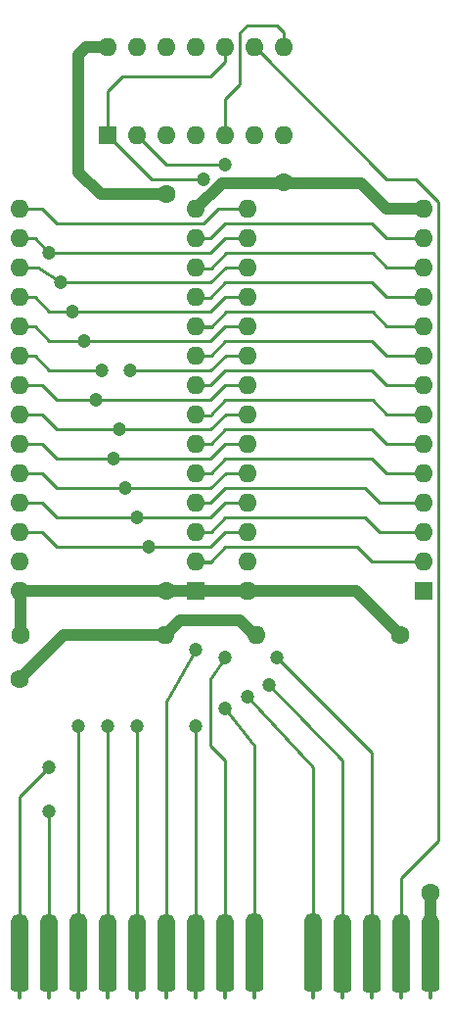
<source format=gbr>
%TF.GenerationSoftware,KiCad,Pcbnew,6.0.1-79c1e3a40b~116~ubuntu21.10.1*%
%TF.CreationDate,2022-02-04T17:00:20+01:00*%
%TF.ProjectId,QL_ROM_Cartridge_original,514c5f52-4f4d-45f4-9361-727472696467,rev?*%
%TF.SameCoordinates,Original*%
%TF.FileFunction,Copper,L1,Top*%
%TF.FilePolarity,Positive*%
%FSLAX46Y46*%
G04 Gerber Fmt 4.6, Leading zero omitted, Abs format (unit mm)*
G04 Created by KiCad (PCBNEW 6.0.1-79c1e3a40b~116~ubuntu21.10.1) date 2022-02-04 17:00:20*
%MOMM*%
%LPD*%
G01*
G04 APERTURE LIST*
G04 Aperture macros list*
%AMRoundRect*
0 Rectangle with rounded corners*
0 $1 Rounding radius*
0 $2 $3 $4 $5 $6 $7 $8 $9 X,Y pos of 4 corners*
0 Add a 4 corners polygon primitive as box body*
4,1,4,$2,$3,$4,$5,$6,$7,$8,$9,$2,$3,0*
0 Add four circle primitives for the rounded corners*
1,1,$1+$1,$2,$3*
1,1,$1+$1,$4,$5*
1,1,$1+$1,$6,$7*
1,1,$1+$1,$8,$9*
0 Add four rect primitives between the rounded corners*
20,1,$1+$1,$2,$3,$4,$5,0*
20,1,$1+$1,$4,$5,$6,$7,0*
20,1,$1+$1,$6,$7,$8,$9,0*
20,1,$1+$1,$8,$9,$2,$3,0*%
G04 Aperture macros list end*
%TA.AperFunction,EtchedComponent*%
%ADD10C,0.300000*%
%TD*%
%TA.AperFunction,ComponentPad*%
%ADD11C,1.600000*%
%TD*%
%TA.AperFunction,ComponentPad*%
%ADD12O,1.600000X1.600000*%
%TD*%
%TA.AperFunction,ComponentPad*%
%ADD13R,1.600000X1.600000*%
%TD*%
%TA.AperFunction,ConnectorPad*%
%ADD14RoundRect,0.762000X0.000000X-1.738000X0.000000X-1.738000X0.000000X1.738000X0.000000X1.738000X0*%
%TD*%
%TA.AperFunction,ConnectorPad*%
%ADD15RoundRect,0.228600X-0.533400X-2.271400X0.533400X-2.271400X0.533400X2.271400X-0.533400X2.271400X0*%
%TD*%
%TA.AperFunction,ViaPad*%
%ADD16C,1.600000*%
%TD*%
%TA.AperFunction,ViaPad*%
%ADD17C,1.200000*%
%TD*%
%TA.AperFunction,Conductor*%
%ADD18C,1.000000*%
%TD*%
%TA.AperFunction,Conductor*%
%ADD19C,0.250000*%
%TD*%
G04 APERTURE END LIST*
D10*
%TO.C,J1*%
X81280000Y-141819000D02*
X81280000Y-141311000D01*
X76200000Y-141819000D02*
X76200000Y-141311000D01*
X68580000Y-141819000D02*
X68580000Y-141311000D01*
X73660000Y-141819000D02*
X73660000Y-141311000D01*
X83820000Y-141819000D02*
X83820000Y-141311000D01*
X88900000Y-141819000D02*
X88900000Y-141311000D01*
X71120000Y-141819000D02*
X71120000Y-141311000D01*
X66040000Y-141819000D02*
X66040000Y-141311000D01*
X91440000Y-141819000D02*
X91440000Y-141311000D01*
X96520000Y-141819000D02*
X96520000Y-141311000D01*
X78740000Y-141819000D02*
X78740000Y-141311000D01*
X63500000Y-141819000D02*
X63500000Y-141311000D01*
X99060000Y-141819000D02*
X99060000Y-141311000D01*
X93980000Y-141819000D02*
X93980000Y-141311000D01*
%TD*%
D11*
%TO.P,C1,1*%
%TO.N,VCC*%
X63580000Y-110490000D03*
D12*
%TO.P,C1,2*%
%TO.N,GND*%
X76080000Y-110490000D03*
%TD*%
D13*
%TO.P,IC3,1*%
%TO.N,/A15*%
X71120000Y-67310000D03*
D12*
%TO.P,IC3,2*%
%TO.N,/ROMOE*%
X73660000Y-67310000D03*
%TO.P,IC3,3*%
%TO.N,/U_ROMOE*%
X76200000Y-67310000D03*
%TO.P,IC3,4*%
%TO.N,/U2_CE*%
X78740000Y-67310000D03*
%TO.P,IC3,5*%
X81280000Y-67310000D03*
%TO.P,IC3,6*%
%TO.N,/U1_CE*%
X83820000Y-67310000D03*
%TO.P,IC3,7,GND*%
%TO.N,GND*%
X86360000Y-67310000D03*
%TO.P,IC3,8*%
%TO.N,/U2_CE*%
X86360000Y-59690000D03*
%TO.P,IC3,9*%
%TO.N,/A14*%
X83820000Y-59690000D03*
%TO.P,IC3,10*%
%TO.N,/A15*%
X81280000Y-59690000D03*
%TO.P,IC3,11*%
%TO.N,unconnected-(IC3-Pad11)*%
X78740000Y-59690000D03*
%TO.P,IC3,12*%
%TO.N,unconnected-(IC3-Pad12)*%
X76200000Y-59690000D03*
%TO.P,IC3,13*%
%TO.N,unconnected-(IC3-Pad13)*%
X73660000Y-59690000D03*
%TO.P,IC3,14,VCC*%
%TO.N,VCC*%
X71120000Y-59690000D03*
%TD*%
D14*
%TO.P,J1,1,Vcc*%
%TO.N,VCC*%
X99060000Y-137033000D03*
D15*
X99060000Y-138771000D03*
%TO.P,J1,3,A14*%
%TO.N,/A14*%
X96520000Y-138811000D03*
D14*
X96520000Y-137033000D03*
D15*
%TO.P,J1,5,A13*%
%TO.N,/A13*%
X93980000Y-138811000D03*
D14*
X93980000Y-137033000D03*
%TO.P,J1,7,A8*%
%TO.N,/A8*%
X91440000Y-137033000D03*
D15*
X91440000Y-138811000D03*
D14*
%TO.P,J1,9,A9*%
%TO.N,/A9*%
X88900000Y-136993000D03*
D15*
X88900000Y-138771000D03*
D14*
%TO.P,J1,11,A11*%
%TO.N,/A11*%
X83820000Y-136993000D03*
D15*
X83820000Y-138731000D03*
%TO.P,J1,13,ROMOE*%
%TO.N,/ROMOE*%
X81280000Y-138771000D03*
D14*
X81280000Y-137033000D03*
D15*
%TO.P,J1,15,A10*%
%TO.N,/A10*%
X78740000Y-138771000D03*
D14*
X78740000Y-137033000D03*
%TO.P,J1,17,A15*%
%TO.N,/A15*%
X76200000Y-137033000D03*
D15*
X76200000Y-138771000D03*
D14*
%TO.P,J1,19,D7*%
%TO.N,/D7*%
X73660000Y-137033000D03*
D15*
X73660000Y-138771000D03*
D14*
%TO.P,J1,21,D6*%
%TO.N,/D6*%
X71120000Y-137033000D03*
D15*
X71120000Y-138760200D03*
%TO.P,J1,23,D5*%
%TO.N,/D5*%
X68554600Y-138760200D03*
D14*
X68580000Y-136993000D03*
D15*
%TO.P,J1,25,D4*%
%TO.N,/D4*%
X66040000Y-138771000D03*
D14*
X66040000Y-137033000D03*
%TO.P,J1,27,D3*%
%TO.N,/D3*%
X63500000Y-137033000D03*
D15*
X63500000Y-138771000D03*
%TD*%
D13*
%TO.P,IC1,1,VPP*%
%TO.N,VCC*%
X78745000Y-106670000D03*
D12*
%TO.P,IC1,2,A12*%
%TO.N,/A12*%
X78745000Y-104130000D03*
%TO.P,IC1,3,A7*%
%TO.N,/A7*%
X78745000Y-101590000D03*
%TO.P,IC1,4,A6*%
%TO.N,/A6*%
X78745000Y-99050000D03*
%TO.P,IC1,5,A5*%
%TO.N,/A5*%
X78745000Y-96510000D03*
%TO.P,IC1,6,A4*%
%TO.N,/A4*%
X78745000Y-93970000D03*
%TO.P,IC1,7,A3*%
%TO.N,/A3*%
X78745000Y-91430000D03*
%TO.P,IC1,8,A2*%
%TO.N,/A2*%
X78745000Y-88890000D03*
%TO.P,IC1,9,A1*%
%TO.N,/A1*%
X78745000Y-86350000D03*
%TO.P,IC1,10,A0*%
%TO.N,/A0*%
X78745000Y-83810000D03*
%TO.P,IC1,11,D0*%
%TO.N,/D0*%
X78745000Y-81270000D03*
%TO.P,IC1,12,D1*%
%TO.N,/D1*%
X78745000Y-78730000D03*
%TO.P,IC1,13,D2*%
%TO.N,/D2*%
X78745000Y-76190000D03*
%TO.P,IC1,14,GND*%
%TO.N,GND*%
X78745000Y-73650000D03*
%TO.P,IC1,15,D3*%
%TO.N,/D3*%
X63505000Y-73650000D03*
%TO.P,IC1,16,D4*%
%TO.N,/D4*%
X63505000Y-76190000D03*
%TO.P,IC1,17,D5*%
%TO.N,/D5*%
X63505000Y-78730000D03*
%TO.P,IC1,18,D6*%
%TO.N,/D6*%
X63505000Y-81270000D03*
%TO.P,IC1,19,D7*%
%TO.N,/D7*%
X63505000Y-83810000D03*
%TO.P,IC1,20,~{CE}*%
%TO.N,/U1_CE*%
X63505000Y-86350000D03*
%TO.P,IC1,21,A10*%
%TO.N,/A10*%
X63505000Y-88890000D03*
%TO.P,IC1,22,~{OE}*%
%TO.N,/U_ROMOE*%
X63505000Y-91430000D03*
%TO.P,IC1,23,A11*%
%TO.N,/A11*%
X63505000Y-93970000D03*
%TO.P,IC1,24,A9*%
%TO.N,/A9*%
X63505000Y-96510000D03*
%TO.P,IC1,25,A8*%
%TO.N,/A8*%
X63505000Y-99050000D03*
%TO.P,IC1,26,A13*%
%TO.N,/A13*%
X63505000Y-101590000D03*
%TO.P,IC1,27,~{PGM}*%
%TO.N,VCC*%
X63505000Y-104130000D03*
%TO.P,IC1,28,VCC*%
X63505000Y-106670000D03*
%TD*%
D11*
%TO.P,C2,1*%
%TO.N,VCC*%
X96420000Y-110490000D03*
D12*
%TO.P,C2,2*%
%TO.N,GND*%
X83920000Y-110490000D03*
%TD*%
D13*
%TO.P,IC2,1,VPP*%
%TO.N,VCC*%
X98425000Y-106680000D03*
D12*
%TO.P,IC2,2,A12*%
%TO.N,/A12*%
X98425000Y-104140000D03*
%TO.P,IC2,3,A7*%
%TO.N,/A7*%
X98425000Y-101600000D03*
%TO.P,IC2,4,A6*%
%TO.N,/A6*%
X98425000Y-99060000D03*
%TO.P,IC2,5,A5*%
%TO.N,/A5*%
X98425000Y-96520000D03*
%TO.P,IC2,6,A4*%
%TO.N,/A4*%
X98425000Y-93980000D03*
%TO.P,IC2,7,A3*%
%TO.N,/A3*%
X98425000Y-91440000D03*
%TO.P,IC2,8,A2*%
%TO.N,/A2*%
X98425000Y-88900000D03*
%TO.P,IC2,9,A1*%
%TO.N,/A1*%
X98425000Y-86360000D03*
%TO.P,IC2,10,A0*%
%TO.N,/A0*%
X98425000Y-83820000D03*
%TO.P,IC2,11,D0*%
%TO.N,/D0*%
X98425000Y-81280000D03*
%TO.P,IC2,12,D1*%
%TO.N,/D1*%
X98425000Y-78740000D03*
%TO.P,IC2,13,D2*%
%TO.N,/D2*%
X98425000Y-76200000D03*
%TO.P,IC2,14,GND*%
%TO.N,GND*%
X98425000Y-73660000D03*
%TO.P,IC2,15,D3*%
%TO.N,/D3*%
X83185000Y-73660000D03*
%TO.P,IC2,16,D4*%
%TO.N,/D4*%
X83185000Y-76200000D03*
%TO.P,IC2,17,D5*%
%TO.N,/D5*%
X83185000Y-78740000D03*
%TO.P,IC2,18,D6*%
%TO.N,/D6*%
X83185000Y-81280000D03*
%TO.P,IC2,19,D7*%
%TO.N,/D7*%
X83185000Y-83820000D03*
%TO.P,IC2,20,~{CE}*%
%TO.N,/U2_CE*%
X83185000Y-86360000D03*
%TO.P,IC2,21,A10*%
%TO.N,/A10*%
X83185000Y-88900000D03*
%TO.P,IC2,22,~{OE}*%
%TO.N,/U_ROMOE*%
X83185000Y-91440000D03*
%TO.P,IC2,23,A11*%
%TO.N,/A11*%
X83185000Y-93980000D03*
%TO.P,IC2,24,A9*%
%TO.N,/A9*%
X83185000Y-96520000D03*
%TO.P,IC2,25,A8*%
%TO.N,/A8*%
X83185000Y-99060000D03*
%TO.P,IC2,26,A13*%
%TO.N,/A13*%
X83185000Y-101600000D03*
%TO.P,IC2,27,~{PGM}*%
%TO.N,VCC*%
X83185000Y-104140000D03*
%TO.P,IC2,28,VCC*%
X83185000Y-106680000D03*
%TD*%
D16*
%TO.N,VCC*%
X76200000Y-72390000D03*
X76200000Y-106695000D03*
X99060000Y-132715000D03*
%TO.N,GND*%
X63500000Y-114300000D03*
X86360000Y-71374000D03*
D17*
%TO.N,/D3*%
X66040000Y-121920000D03*
%TO.N,/D4*%
X66040000Y-77470000D03*
X66040000Y-125730000D03*
%TO.N,/D5*%
X67056000Y-80010000D03*
X68580000Y-118364000D03*
%TO.N,/D6*%
X68072000Y-82550000D03*
X71120000Y-118364000D03*
%TO.N,/D7*%
X73660000Y-118364000D03*
X69088000Y-85090000D03*
%TO.N,/A15*%
X78740000Y-111760000D03*
X79375000Y-71120000D03*
%TO.N,/A10*%
X70104000Y-90170000D03*
X78740000Y-118364000D03*
%TO.N,/ROMOE*%
X81280000Y-69850000D03*
X81280000Y-112395000D03*
%TO.N,/A11*%
X71628000Y-95250000D03*
X81280000Y-116840000D03*
%TO.N,/A9*%
X83185000Y-115824000D03*
X72644000Y-97790000D03*
%TO.N,/A8*%
X73660000Y-100330000D03*
X85090000Y-114808000D03*
%TO.N,/A13*%
X74676000Y-102870000D03*
X85725000Y-112395000D03*
%TO.N,/U1_CE*%
X70612000Y-87630000D03*
%TO.N,/U2_CE*%
X73025000Y-87630000D03*
%TO.N,/U_ROMOE*%
X72136000Y-92710000D03*
%TD*%
D18*
%TO.N,VCC*%
X83825000Y-106670000D02*
X88275000Y-106670000D01*
X83175000Y-106670000D02*
X83185000Y-106680000D01*
X99060000Y-132715000D02*
X99060000Y-137033000D01*
X78720000Y-106695000D02*
X78745000Y-106670000D01*
X68580000Y-70485000D02*
X70485000Y-72390000D01*
X76200000Y-106695000D02*
X78720000Y-106695000D01*
X63580000Y-106770000D02*
X63580000Y-110490000D01*
X68580000Y-60325000D02*
X69215000Y-59690000D01*
X63505000Y-106695000D02*
X63580000Y-106770000D01*
X69215000Y-59690000D02*
X69230000Y-59705000D01*
X76200000Y-106695000D02*
X63505000Y-106695000D01*
X76200000Y-72390000D02*
X70485000Y-72390000D01*
X69230000Y-59705000D02*
X71115000Y-59705000D01*
X88285000Y-106680000D02*
X92610000Y-106680000D01*
X92610000Y-106680000D02*
X96420000Y-110490000D01*
X83800000Y-106695000D02*
X83825000Y-106670000D01*
X88275000Y-106670000D02*
X88285000Y-106680000D01*
X78745000Y-106670000D02*
X83175000Y-106670000D01*
X68580000Y-60325000D02*
X68580000Y-70485000D01*
%TO.N,GND*%
X83820000Y-110490000D02*
X82550000Y-109220000D01*
X95240000Y-73650000D02*
X93027500Y-71437500D01*
X80972500Y-71447500D02*
X93017500Y-71447500D01*
X78745000Y-73675000D02*
X80972500Y-71447500D01*
X83920000Y-110490000D02*
X83820000Y-110490000D01*
X82550000Y-109220000D02*
X77350000Y-109220000D01*
X76080000Y-110490000D02*
X67310000Y-110490000D01*
X77350000Y-109220000D02*
X76080000Y-110490000D01*
X67310000Y-110490000D02*
X63500000Y-114300000D01*
X93017500Y-71447500D02*
X93027500Y-71437500D01*
X80947500Y-71447500D02*
X80972500Y-71447500D01*
X95240000Y-73650000D02*
X98425000Y-73650000D01*
X78745000Y-73650000D02*
X80947500Y-71447500D01*
D19*
%TO.N,/D3*%
X66040000Y-121920000D02*
X63500000Y-124460000D01*
X63505000Y-73675000D02*
X65420000Y-73675000D01*
X65420000Y-73675000D02*
X66675000Y-74930000D01*
X80655000Y-73650000D02*
X79375000Y-74930000D01*
X63500000Y-124460000D02*
X63500000Y-137033000D01*
X80655000Y-73650000D02*
X82555000Y-73650000D01*
X82550000Y-73660000D02*
X82565000Y-73675000D01*
X66675000Y-74930000D02*
X79375000Y-74930000D01*
%TO.N,/D4*%
X81610960Y-76190000D02*
X82555000Y-76190000D01*
X64785000Y-76215000D02*
X63505000Y-76215000D01*
X82550000Y-76200000D02*
X82565000Y-76215000D01*
X66040000Y-77470000D02*
X64785000Y-76215000D01*
X66040000Y-77470000D02*
X80010000Y-77470000D01*
X81280000Y-76200000D02*
X83185000Y-76200000D01*
X66040000Y-125730000D02*
X66040000Y-137033000D01*
X80010000Y-77470000D02*
X81280000Y-76200000D01*
%TO.N,/D2*%
X95240000Y-76190000D02*
X93980000Y-74930000D01*
X81280000Y-74930000D02*
X79995000Y-76215000D01*
X79995000Y-76215000D02*
X78745000Y-76215000D01*
X93980000Y-74930000D02*
X81280000Y-74930000D01*
X98425000Y-76190000D02*
X95240000Y-76190000D01*
%TO.N,/D5*%
X68554600Y-120040400D02*
X68554600Y-121259600D01*
X68580000Y-118364000D02*
X68554600Y-120040400D01*
X81290000Y-78730000D02*
X82555000Y-78730000D01*
X80010000Y-80010000D02*
X81290000Y-78730000D01*
X67056000Y-80010000D02*
X80010000Y-80010000D01*
X65034980Y-78755000D02*
X63505000Y-78755000D01*
X68554600Y-121259600D02*
X68580000Y-121285000D01*
X68554600Y-121310400D02*
X68554600Y-134950200D01*
X67056000Y-80010000D02*
X65034980Y-78755000D01*
%TO.N,/D1*%
X80035000Y-78765000D02*
X78745000Y-78765000D01*
X98425000Y-78730000D02*
X95240000Y-78730000D01*
X93990000Y-77480000D02*
X81320000Y-77480000D01*
X81320000Y-77480000D02*
X80035000Y-78765000D01*
X95240000Y-78730000D02*
X93990000Y-77480000D01*
%TO.N,/D6*%
X71120000Y-118364000D02*
X71120000Y-137033000D01*
X81610960Y-81270000D02*
X82555000Y-81270000D01*
X68072000Y-82550000D02*
X66040000Y-82550000D01*
X68072000Y-82550000D02*
X80010000Y-82550000D01*
X66040000Y-82550000D02*
X64785000Y-81295000D01*
X64785000Y-81295000D02*
X63505000Y-81295000D01*
X80010000Y-82550000D02*
X81280000Y-81280000D01*
X81280000Y-81280000D02*
X83185000Y-81280000D01*
%TO.N,/D0*%
X81270000Y-80020000D02*
X79985000Y-81305000D01*
X98425000Y-81270000D02*
X95220000Y-81270000D01*
X93970000Y-80020000D02*
X81270000Y-80020000D01*
X95220000Y-81270000D02*
X93970000Y-80020000D01*
X79985000Y-81305000D02*
X78740000Y-81305000D01*
%TO.N,/D7*%
X63505000Y-83835000D02*
X64785000Y-83835000D01*
X82520000Y-83820000D02*
X82535000Y-83835000D01*
X73660000Y-118364000D02*
X73660000Y-137033000D01*
X66040000Y-85090000D02*
X80010000Y-85090000D01*
X80010000Y-85090000D02*
X81280000Y-83820000D01*
X64785000Y-83835000D02*
X66040000Y-85090000D01*
X81280000Y-83820000D02*
X82520000Y-83820000D01*
%TO.N,/A0*%
X95240000Y-83810000D02*
X93990000Y-82560000D01*
X80035000Y-83845000D02*
X78740000Y-83845000D01*
X78745000Y-83835000D02*
X80045000Y-83835000D01*
X80035000Y-83845000D02*
X81320000Y-82560000D01*
X95240000Y-83810000D02*
X98425000Y-83810000D01*
X93990000Y-82560000D02*
X81320000Y-82560000D01*
%TO.N,/A15*%
X79375000Y-71120000D02*
X74910000Y-71120000D01*
X72390000Y-62230000D02*
X71120000Y-63500000D01*
X71120000Y-63500000D02*
X71120000Y-67310000D01*
X76200000Y-116205000D02*
X76200000Y-137033000D01*
X72390000Y-62230000D02*
X80010000Y-62230000D01*
X74910000Y-71120000D02*
X71115000Y-67325000D01*
X81280000Y-60960000D02*
X80010000Y-62230000D01*
X78740000Y-111760000D02*
X76200000Y-116205000D01*
X81280000Y-59690000D02*
X81280000Y-60960000D01*
%TO.N,/A1*%
X95240000Y-86350000D02*
X93980000Y-85090000D01*
X80025000Y-86345000D02*
X81280000Y-85090000D01*
X95240000Y-86350000D02*
X98425000Y-86350000D01*
X80025000Y-86375000D02*
X80025000Y-86345000D01*
X81280000Y-85090000D02*
X93980000Y-85090000D01*
X78740000Y-86375000D02*
X80025000Y-86375000D01*
%TO.N,/A10*%
X65420000Y-88915000D02*
X63505000Y-88915000D01*
X78740000Y-118364000D02*
X78740000Y-137033000D01*
X81280000Y-88900000D02*
X82520000Y-88900000D01*
X80010000Y-90170000D02*
X81280000Y-88900000D01*
X82520000Y-88900000D02*
X82535000Y-88915000D01*
X70104000Y-90170000D02*
X80010000Y-90170000D01*
X66675000Y-90170000D02*
X65420000Y-88915000D01*
X70104000Y-90170000D02*
X66675000Y-90170000D01*
%TO.N,/A2*%
X83165000Y-87630000D02*
X83175000Y-87640000D01*
X95240000Y-88890000D02*
X93980000Y-87630000D01*
X79995000Y-88915000D02*
X81280000Y-87630000D01*
X81280000Y-87630000D02*
X83165000Y-87630000D01*
X95240000Y-88890000D02*
X98425000Y-88890000D01*
X83175000Y-87640000D02*
X93980000Y-87630000D01*
X78745000Y-88915000D02*
X79995000Y-88915000D01*
%TO.N,/ROMOE*%
X80010000Y-114300000D02*
X80010000Y-120015000D01*
X81280000Y-69850000D02*
X76180000Y-69850000D01*
X80010000Y-120015000D02*
X81280000Y-121285000D01*
X81280000Y-121285000D02*
X81280000Y-137033000D01*
X76180000Y-69850000D02*
X73655000Y-67325000D01*
X81280000Y-112395000D02*
X80010000Y-114300000D01*
%TO.N,/A3*%
X95240000Y-91430000D02*
X93990000Y-90180000D01*
X82535000Y-90170000D02*
X82545000Y-90180000D01*
X78740000Y-91465000D02*
X80035000Y-91465000D01*
X82545000Y-90180000D02*
X93990000Y-90180000D01*
X81280000Y-90170000D02*
X82535000Y-90170000D01*
X80035000Y-91465000D02*
X80035000Y-91415000D01*
X80035000Y-91415000D02*
X81280000Y-90170000D01*
X98425000Y-91430000D02*
X95240000Y-91430000D01*
%TO.N,/A11*%
X81280000Y-116840000D02*
X83820000Y-120015000D01*
X66675000Y-95250000D02*
X80010000Y-95250000D01*
X80010000Y-95250000D02*
X81280000Y-93980000D01*
X83820000Y-120015000D02*
X83820000Y-134921000D01*
X65420000Y-93995000D02*
X66675000Y-95250000D01*
X83155000Y-93980000D02*
X83170000Y-93995000D01*
X63505000Y-93995000D02*
X65420000Y-93995000D01*
X81280000Y-93980000D02*
X83155000Y-93980000D01*
%TO.N,/A4*%
X95240000Y-93970000D02*
X93980000Y-92710000D01*
X81280000Y-92710000D02*
X93980000Y-92710000D01*
X98425000Y-93970000D02*
X95240000Y-93970000D01*
X80025000Y-93995000D02*
X80025000Y-93965000D01*
X78740000Y-93995000D02*
X80025000Y-93995000D01*
X80025000Y-93965000D02*
X81280000Y-92710000D01*
%TO.N,/A9*%
X65420000Y-96535000D02*
X66675000Y-97790000D01*
X80010000Y-97790000D02*
X81290000Y-96510000D01*
X66675000Y-97790000D02*
X80010000Y-97790000D01*
X81290000Y-96510000D02*
X82555000Y-96510000D01*
X88900000Y-121920000D02*
X88900000Y-134961000D01*
X83185000Y-115824000D02*
X88900000Y-121920000D01*
X63505000Y-96535000D02*
X65420000Y-96535000D01*
%TO.N,/A5*%
X80025000Y-96505000D02*
X81280000Y-95250000D01*
X81280000Y-95250000D02*
X93980000Y-95250000D01*
X98425000Y-96510000D02*
X95240000Y-96510000D01*
X80025000Y-96535000D02*
X80025000Y-96505000D01*
X95240000Y-96510000D02*
X93980000Y-95250000D01*
X78745000Y-96535000D02*
X80025000Y-96535000D01*
%TO.N,/A8*%
X65390000Y-99075000D02*
X63505000Y-99075000D01*
X91440000Y-121285000D02*
X91440000Y-135001000D01*
X81280000Y-99060000D02*
X82520000Y-99060000D01*
X82520000Y-99060000D02*
X82535000Y-99075000D01*
X85090000Y-114808000D02*
X91440000Y-121285000D01*
X65405000Y-99060000D02*
X65390000Y-99075000D01*
X73660000Y-100330000D02*
X66675000Y-100330000D01*
X73660000Y-100330000D02*
X80010000Y-100330000D01*
X80010000Y-100330000D02*
X81280000Y-99060000D01*
X66675000Y-100330000D02*
X65405000Y-99060000D01*
%TO.N,/A6*%
X81280000Y-97790000D02*
X93345000Y-97790000D01*
X79995000Y-99075000D02*
X81280000Y-97790000D01*
X98425000Y-99050000D02*
X94605000Y-99050000D01*
X94605000Y-99050000D02*
X93345000Y-97790000D01*
X78745000Y-99075000D02*
X79995000Y-99075000D01*
%TO.N,/A13*%
X93980000Y-120650000D02*
X85725000Y-112395000D01*
X81280000Y-101600000D02*
X80010000Y-102870000D01*
X65420000Y-101615000D02*
X66675000Y-102870000D01*
X83185000Y-101600000D02*
X81280000Y-101600000D01*
X66675000Y-102870000D02*
X80010000Y-102870000D01*
X93980000Y-135001000D02*
X93980000Y-120650000D01*
X63505000Y-101615000D02*
X65420000Y-101615000D01*
X63520000Y-101600000D02*
X63505000Y-101615000D01*
%TO.N,/A7*%
X94605000Y-101590000D02*
X93345000Y-100330000D01*
X81280000Y-100330000D02*
X93345000Y-100330000D01*
X80025000Y-101615000D02*
X80025000Y-101585000D01*
X98425000Y-101590000D02*
X94605000Y-101590000D01*
X78745000Y-101615000D02*
X80025000Y-101615000D01*
X80025000Y-101585000D02*
X81280000Y-100330000D01*
%TO.N,/A14*%
X96520000Y-131445000D02*
X96520000Y-137033000D01*
X97790000Y-71120000D02*
X99695000Y-73025000D01*
X95250000Y-71120000D02*
X97790000Y-71120000D01*
X83815000Y-59705000D02*
X83835000Y-59705000D01*
X83835000Y-59705000D02*
X95250000Y-71120000D01*
X99695000Y-73025000D02*
X99695000Y-128270000D01*
X99695000Y-128270000D02*
X96520000Y-131445000D01*
%TO.N,/A12*%
X92710000Y-102870000D02*
X93980000Y-104140000D01*
X80020000Y-104130000D02*
X81280000Y-102870000D01*
X81280000Y-102870000D02*
X92710000Y-102870000D01*
X93980000Y-104140000D02*
X98425000Y-104140000D01*
X78745000Y-104165000D02*
X80035000Y-104165000D01*
X80035000Y-104165000D02*
X80035000Y-104115000D01*
X78745000Y-104130000D02*
X80020000Y-104130000D01*
%TO.N,/U1_CE*%
X70612000Y-87630000D02*
X66040000Y-87630000D01*
X64785000Y-86375000D02*
X63505000Y-86375000D01*
X66040000Y-87630000D02*
X64785000Y-86375000D01*
%TO.N,/U2_CE*%
X81290000Y-86350000D02*
X82555000Y-86350000D01*
X73025000Y-87630000D02*
X80010000Y-87630000D01*
X80010000Y-87630000D02*
X81290000Y-86350000D01*
X83185000Y-57785000D02*
X82550000Y-58420000D01*
X86360000Y-58420000D02*
X85725000Y-57785000D01*
X81280000Y-64135000D02*
X81280000Y-67310000D01*
X82550000Y-62865000D02*
X81280000Y-64135000D01*
X86360000Y-59690000D02*
X86360000Y-58420000D01*
X82550000Y-58420000D02*
X82550000Y-62865000D01*
X85725000Y-57785000D02*
X83185000Y-57785000D01*
%TO.N,/U_ROMOE*%
X65420000Y-91455000D02*
X66675000Y-92710000D01*
X66675000Y-92710000D02*
X80010000Y-92710000D01*
X81290000Y-91430000D02*
X82555000Y-91430000D01*
X63505000Y-91455000D02*
X65420000Y-91455000D01*
X80010000Y-92710000D02*
X81290000Y-91430000D01*
%TD*%
M02*

</source>
